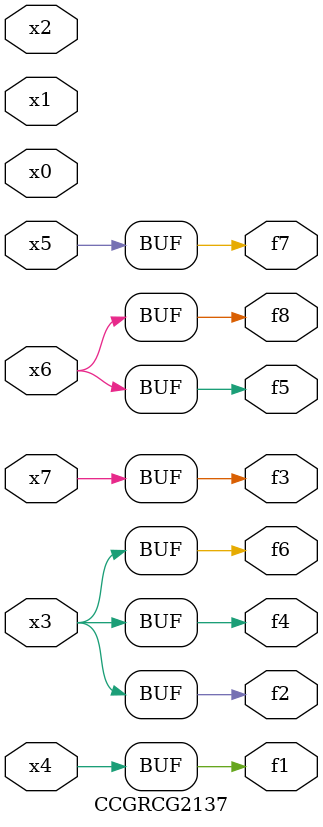
<source format=v>
module CCGRCG2137(
	input x0, x1, x2, x3, x4, x5, x6, x7,
	output f1, f2, f3, f4, f5, f6, f7, f8
);
	assign f1 = x4;
	assign f2 = x3;
	assign f3 = x7;
	assign f4 = x3;
	assign f5 = x6;
	assign f6 = x3;
	assign f7 = x5;
	assign f8 = x6;
endmodule

</source>
